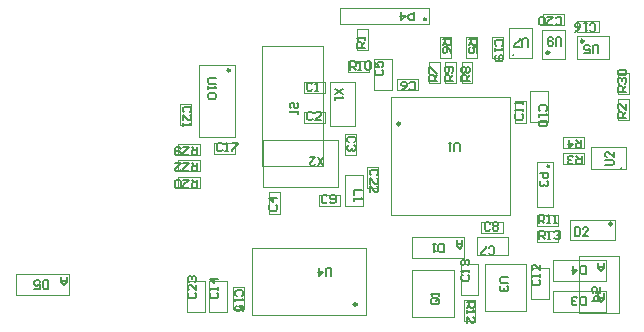
<source format=gbr>
%TF.GenerationSoftware,Altium Limited,Altium Designer,20.2.6 (244)*%
G04 Layer_Color=16711935*
%FSLAX45Y45*%
%MOMM*%
%TF.SameCoordinates,BE144905-350C-4E41-9AB6-63F68E724E9C*%
%TF.FilePolarity,Positive*%
%TF.FileFunction,Other,Mechanical_29*%
%TF.Part,Single*%
G01*
G75*
%TA.AperFunction,NonConductor*%
%ADD61C,0.20000*%
%ADD63C,0.10000*%
%ADD75C,0.25000*%
%ADD76C,0.25400*%
D61*
X5261181Y2430000D02*
G03*
X5261181Y2430000I-5590J0D01*
G01*
X6178090Y1475590D02*
G03*
X6178090Y1475590I-5590J0D01*
G01*
X4807475Y1616347D02*
Y1674662D01*
X4795812Y1686325D01*
X4772487D01*
X4760824Y1674662D01*
Y1616347D01*
X4737498Y1686325D02*
X4714172D01*
X4725835D01*
Y1616347D01*
X4737498Y1628010D01*
X3822477Y2145725D02*
X3752500Y2099074D01*
X3822477D02*
X3752500Y2145725D01*
Y2075748D02*
Y2052422D01*
Y2064085D01*
X3822477D01*
X3810815Y2075748D01*
X6028793Y410733D02*
Y364082D01*
X6005468Y340756D01*
X5982142Y364082D01*
Y410733D01*
Y375744D01*
X6028793D01*
X5873588Y312958D02*
Y382935D01*
X5838599D01*
X5826937Y371273D01*
Y324621D01*
X5838599Y312958D01*
X5873588D01*
X5803611Y324621D02*
X5791948Y312958D01*
X5768622D01*
X5756959Y324621D01*
Y336284D01*
X5768622Y347947D01*
X5780285D01*
X5768622D01*
X5756959Y359610D01*
Y371273D01*
X5768622Y382935D01*
X5791948D01*
X5803611Y371273D01*
X5923897Y346438D02*
X5993874D01*
Y381427D01*
X5982211Y393090D01*
X5958885D01*
X5947223Y381427D01*
Y346438D01*
X5993874Y463068D02*
Y416416D01*
X5958885D01*
X5970548Y439742D01*
Y451405D01*
X5958885Y463068D01*
X5935560D01*
X5923897Y451405D01*
Y428079D01*
X5935560Y416416D01*
X4104833Y1410064D02*
X4116495Y1421727D01*
Y1445053D01*
X4104833Y1456716D01*
X4058181D01*
X4046518Y1445053D01*
Y1421727D01*
X4058181Y1410064D01*
X4046518Y1340087D02*
Y1386738D01*
X4093170Y1340087D01*
X4104833D01*
X4116495Y1351750D01*
Y1375075D01*
X4104833Y1386738D01*
X4046518Y1270109D02*
Y1316761D01*
X4093170Y1270109D01*
X4104833D01*
X4116495Y1281772D01*
Y1305098D01*
X4104833Y1316761D01*
X3979978Y1290000D02*
X3910000D01*
Y1243348D01*
Y1220022D02*
Y1196697D01*
Y1208360D01*
X3979978D01*
X3968315Y1220022D01*
X3685936Y1234832D02*
X3674273Y1246495D01*
X3650947D01*
X3639284Y1234832D01*
Y1188181D01*
X3650947Y1176518D01*
X3674273D01*
X3685936Y1188181D01*
X3709262D02*
X3720924Y1176518D01*
X3744250D01*
X3755913Y1188181D01*
Y1234832D01*
X3744250Y1246495D01*
X3720924D01*
X3709262Y1234832D01*
Y1223170D01*
X3720924Y1211507D01*
X3755913D01*
X3205168Y1159936D02*
X3193505Y1148273D01*
Y1124947D01*
X3205168Y1113284D01*
X3251819D01*
X3263482Y1124947D01*
Y1148273D01*
X3251819Y1159936D01*
X3263482Y1218250D02*
X3193505D01*
X3228493Y1183262D01*
Y1229913D01*
X3559936Y2184833D02*
X3548273Y2196495D01*
X3524947D01*
X3513284Y2184833D01*
Y2138181D01*
X3524947Y2126518D01*
X3548273D01*
X3559936Y2138181D01*
X3583262Y2126518D02*
X3606587D01*
X3594924D01*
Y2196495D01*
X3583262Y2184833D01*
X3562410Y1934833D02*
X3550748Y1946495D01*
X3527422D01*
X3515759Y1934833D01*
Y1888181D01*
X3527422Y1876518D01*
X3550748D01*
X3562410Y1888181D01*
X3632388Y1876518D02*
X3585736D01*
X3632388Y1923170D01*
Y1934833D01*
X3620725Y1946495D01*
X3597399D01*
X3585736Y1934833D01*
X3914833Y1690064D02*
X3926496Y1701727D01*
Y1725053D01*
X3914833Y1736716D01*
X3868181D01*
X3856518Y1725053D01*
Y1701727D01*
X3868181Y1690064D01*
X3914833Y1666738D02*
X3926496Y1655075D01*
Y1631750D01*
X3914833Y1620087D01*
X3903170D01*
X3891507Y1631750D01*
Y1643413D01*
Y1631750D01*
X3879844Y1620087D01*
X3868181D01*
X3856518Y1631750D01*
Y1655075D01*
X3868181Y1666738D01*
X4099160Y2304227D02*
X4087498Y2292564D01*
Y2269239D01*
X4099160Y2257576D01*
X4145812D01*
X4157475Y2269239D01*
Y2292564D01*
X4145812Y2304227D01*
X4087498Y2374205D02*
Y2327553D01*
X4122486D01*
X4110823Y2350879D01*
Y2362542D01*
X4122486Y2374205D01*
X4145812D01*
X4157475Y2362542D01*
Y2339216D01*
X4145812Y2327553D01*
X3878251Y2305163D02*
Y2375140D01*
X3913240D01*
X3924903Y2363477D01*
Y2340152D01*
X3913240Y2328489D01*
X3878251D01*
X3901577D02*
X3924903Y2305163D01*
X3948229D02*
X3971555D01*
X3959892D01*
Y2375140D01*
X3948229Y2363477D01*
X4006543D02*
X4018206Y2375140D01*
X4041532D01*
X4053195Y2363477D01*
Y2316826D01*
X4041532Y2305163D01*
X4018206D01*
X4006543Y2316826D01*
Y2363477D01*
X4004837Y2490751D02*
X3934860D01*
Y2525740D01*
X3946522Y2537403D01*
X3969848D01*
X3981511Y2525740D01*
Y2490751D01*
Y2514077D02*
X4004837Y2537403D01*
Y2560729D02*
Y2584055D01*
Y2572392D01*
X3934860D01*
X3946522Y2560729D01*
X4418500Y2797500D02*
Y2727523D01*
X4383511D01*
X4371848Y2739186D01*
Y2762511D01*
X4383511Y2774174D01*
X4418500D01*
X4313534Y2797500D02*
Y2727523D01*
X4348522Y2762511D01*
X4301871D01*
X4662638Y2564325D02*
X4732615D01*
Y2529336D01*
X4720952Y2517673D01*
X4697627D01*
X4685964Y2529336D01*
Y2564325D01*
Y2540999D02*
X4662638Y2517673D01*
X4732615Y2447696D02*
X4720952Y2471021D01*
X4697627Y2494347D01*
X4674301D01*
X4662638Y2482684D01*
Y2459359D01*
X4674301Y2447696D01*
X4685964D01*
X4697627Y2459359D01*
Y2494347D01*
X4617287Y2210803D02*
X4547310D01*
Y2245791D01*
X4558973Y2257454D01*
X4582298D01*
X4593961Y2245791D01*
Y2210803D01*
Y2234128D02*
X4617287Y2257454D01*
X4547310Y2280780D02*
Y2327432D01*
X4558973D01*
X4605624Y2280780D01*
X4617287D01*
X4752312Y2210802D02*
X4682335D01*
Y2245791D01*
X4693998Y2257453D01*
X4717324D01*
X4728986Y2245791D01*
Y2210802D01*
Y2234128D02*
X4752312Y2257453D01*
X4740649Y2280779D02*
X4752312Y2292442D01*
Y2315768D01*
X4740649Y2327431D01*
X4693998D01*
X4682335Y2315768D01*
Y2292442D01*
X4693998Y2280779D01*
X4705661D01*
X4717324Y2292442D01*
Y2327431D01*
X4892221Y2210803D02*
X4822244D01*
Y2245791D01*
X4833907Y2257454D01*
X4857233D01*
X4868896Y2245791D01*
Y2210803D01*
Y2234128D02*
X4892221Y2257454D01*
X4833907Y2280780D02*
X4822244Y2292443D01*
Y2315769D01*
X4833907Y2327432D01*
X4845570D01*
X4857233Y2315769D01*
X4868896Y2327432D01*
X4880558D01*
X4892221Y2315769D01*
Y2292443D01*
X4880558Y2280780D01*
X4868896D01*
X4857233Y2292443D01*
X4845570Y2280780D01*
X4833907D01*
X4857233Y2292443D02*
Y2315769D01*
X4882638Y2564326D02*
X4952615D01*
Y2529337D01*
X4940953Y2517674D01*
X4917627D01*
X4905964Y2529337D01*
Y2564326D01*
Y2541000D02*
X4882638Y2517674D01*
X4952615Y2447696D02*
Y2494348D01*
X4917627D01*
X4929290Y2471022D01*
Y2459359D01*
X4917627Y2447696D01*
X4894301D01*
X4882638Y2459359D01*
Y2482685D01*
X4894301Y2494348D01*
X5163627Y2510064D02*
X5175290Y2521727D01*
Y2545053D01*
X5163627Y2556716D01*
X5116975D01*
X5105312Y2545053D01*
Y2521727D01*
X5116975Y2510064D01*
X5105312Y2486738D02*
Y2463413D01*
Y2475076D01*
X5175290D01*
X5163627Y2486738D01*
X5116975Y2428424D02*
X5105312Y2416761D01*
Y2393435D01*
X5116975Y2381772D01*
X5163627D01*
X5175290Y2393435D01*
Y2416761D01*
X5163627Y2428424D01*
X5151964D01*
X5140301Y2416761D01*
Y2381772D01*
X5385000Y2500322D02*
Y2558636D01*
X5373337Y2570299D01*
X5350011D01*
X5338348Y2558636D01*
Y2500322D01*
X5315022D02*
X5268371D01*
Y2511985D01*
X5315022Y2558636D01*
Y2570299D01*
X5535840Y1955848D02*
X5547503Y1967511D01*
Y1990837D01*
X5535840Y2002500D01*
X5489188D01*
X5477525Y1990837D01*
Y1967511D01*
X5489188Y1955848D01*
X5477525Y1932522D02*
Y1909197D01*
Y1920860D01*
X5547503D01*
X5535840Y1932522D01*
Y1874208D02*
X5547503Y1862545D01*
Y1839219D01*
X5535840Y1827556D01*
X5489188D01*
X5477525Y1839219D01*
Y1862545D01*
X5489188Y1874208D01*
X5535840D01*
X5667768Y2509608D02*
Y2567922D01*
X5656105Y2579585D01*
X5632779D01*
X5621116Y2567922D01*
Y2509608D01*
X5597790Y2567922D02*
X5586128Y2579585D01*
X5562802D01*
X5551139Y2567922D01*
Y2521271D01*
X5562802Y2509608D01*
X5586128D01*
X5597790Y2521271D01*
Y2532933D01*
X5586128Y2544596D01*
X5551139D01*
X5910064Y2640208D02*
X5921727Y2628545D01*
X5945053D01*
X5956716Y2640208D01*
Y2686860D01*
X5945053Y2698523D01*
X5921727D01*
X5910064Y2686860D01*
X5886738Y2698523D02*
X5863412D01*
X5875075D01*
Y2628545D01*
X5886738Y2640208D01*
X5781772Y2628545D02*
X5805098Y2640208D01*
X5828424Y2663534D01*
Y2686860D01*
X5816761Y2698523D01*
X5793435D01*
X5781772Y2686860D01*
Y2675197D01*
X5793435Y2663534D01*
X5828424D01*
X5978186Y2447650D02*
Y2505965D01*
X5966523Y2517627D01*
X5943198D01*
X5931535Y2505965D01*
Y2447650D01*
X5861557D02*
X5908209D01*
Y2482639D01*
X5884883Y2470976D01*
X5873220D01*
X5861557Y2482639D01*
Y2505965D01*
X5873220Y2517627D01*
X5896546D01*
X5908209Y2505965D01*
X6214837Y2118251D02*
X6144860D01*
Y2153240D01*
X6156523Y2164903D01*
X6179848D01*
X6191511Y2153240D01*
Y2118251D01*
Y2141577D02*
X6214837Y2164903D01*
X6156523Y2188229D02*
X6144860Y2199892D01*
Y2223218D01*
X6156523Y2234880D01*
X6168186D01*
X6179848Y2223218D01*
Y2211555D01*
Y2223218D01*
X6191511Y2234880D01*
X6203174D01*
X6214837Y2223218D01*
Y2199892D01*
X6203174Y2188229D01*
X6156523Y2258206D02*
X6144860Y2269869D01*
Y2293195D01*
X6156523Y2304858D01*
X6203174D01*
X6214837Y2293195D01*
Y2269869D01*
X6203174Y2258206D01*
X6156523D01*
X5836749Y1709862D02*
Y1639885D01*
X5801760D01*
X5790097Y1651548D01*
Y1674873D01*
X5801760Y1686536D01*
X5836749D01*
X5813423D02*
X5790097Y1709862D01*
X5731783D02*
Y1639885D01*
X5766771Y1674873D01*
X5720120D01*
X5839249Y1574837D02*
Y1504860D01*
X5804260D01*
X5792597Y1516522D01*
Y1539848D01*
X5804260Y1551511D01*
X5839249D01*
X5815923D02*
X5792597Y1574837D01*
X5769271Y1516522D02*
X5757608Y1504860D01*
X5734282D01*
X5722619Y1516522D01*
Y1528185D01*
X5734282Y1539848D01*
X5745945D01*
X5734282D01*
X5722619Y1551511D01*
Y1563174D01*
X5734282Y1574837D01*
X5757608D01*
X5769271Y1563174D01*
X5780000Y969977D02*
Y900000D01*
X5814989D01*
X5826652Y911663D01*
Y958315D01*
X5814989Y969977D01*
X5780000D01*
X5896629Y900000D02*
X5849978D01*
X5896629Y946652D01*
Y958315D01*
X5884966Y969977D01*
X5861641D01*
X5849978Y958315D01*
X5478251Y1005163D02*
Y1075140D01*
X5513240D01*
X5524903Y1063477D01*
Y1040152D01*
X5513240Y1028489D01*
X5478251D01*
X5501577D02*
X5524903Y1005163D01*
X5548229D02*
X5571555D01*
X5559892D01*
Y1075140D01*
X5548229Y1063477D01*
X5606543Y1005163D02*
X5629869D01*
X5618206D01*
Y1075140D01*
X5606543Y1063477D01*
X5480751Y870138D02*
Y940115D01*
X5515740D01*
X5527403Y928452D01*
Y905126D01*
X5515740Y893464D01*
X5480751D01*
X5504077D02*
X5527403Y870138D01*
X5550729D02*
X5574055D01*
X5562392D01*
Y940115D01*
X5550729Y928452D01*
X5609043D02*
X5620706Y940115D01*
X5644032D01*
X5655695Y928452D01*
Y916789D01*
X5644032Y905126D01*
X5632369D01*
X5644032D01*
X5655695Y893464D01*
Y881801D01*
X5644032Y870138D01*
X5620706D01*
X5609043Y881801D01*
X5063936Y1002358D02*
X5052273Y1014021D01*
X5028947D01*
X5017284Y1002358D01*
Y955706D01*
X5028947Y944043D01*
X5052273D01*
X5063936Y955706D01*
X5087261Y1002358D02*
X5098924Y1014021D01*
X5122250D01*
X5133913Y1002358D01*
Y990695D01*
X5122250Y979032D01*
X5133913Y967369D01*
Y955706D01*
X5122250Y944043D01*
X5098924D01*
X5087261Y955706D01*
Y967369D01*
X5098924Y979032D01*
X5087261Y990695D01*
Y1002358D01*
X5098924Y979032D02*
X5122250D01*
X5053348Y751685D02*
X5065011Y740022D01*
X5088337D01*
X5100000Y751685D01*
Y798337D01*
X5088337Y810000D01*
X5065011D01*
X5053348Y798337D01*
X5030022Y740022D02*
X4983371D01*
Y751685D01*
X5030022Y798337D01*
Y810000D01*
X6028793Y670733D02*
Y624082D01*
X6005468Y600756D01*
X5982142Y624082D01*
Y670733D01*
Y635744D01*
X6028793D01*
X5873588Y572958D02*
Y642935D01*
X5838599D01*
X5826937Y631273D01*
Y584621D01*
X5838599Y572958D01*
X5873588D01*
X5768622Y642935D02*
Y572958D01*
X5803611Y607947D01*
X5756959D01*
X5431660Y526652D02*
X5419997Y514989D01*
Y491663D01*
X5431660Y480000D01*
X5478312D01*
X5489975Y491663D01*
Y514989D01*
X5478312Y526652D01*
X5489975Y549978D02*
Y573303D01*
Y561640D01*
X5419997D01*
X5431660Y549978D01*
X5489975Y654944D02*
Y608292D01*
X5443323Y654944D01*
X5431660D01*
X5419997Y643281D01*
Y619955D01*
X5431660Y608292D01*
X5218077Y547562D02*
X5159763D01*
X5148100Y535899D01*
Y512573D01*
X5159763Y500910D01*
X5218077D01*
X5206415Y477584D02*
X5218077Y465921D01*
Y442595D01*
X5206415Y430932D01*
X5194752D01*
X5183089Y442595D01*
Y454258D01*
Y442595D01*
X5171426Y430932D01*
X5159763D01*
X5148100Y442595D01*
Y465921D01*
X5159763Y477584D01*
X4831686Y566652D02*
X4820023Y554989D01*
Y531663D01*
X4831686Y520000D01*
X4878337D01*
X4890000Y531663D01*
Y554989D01*
X4878337Y566652D01*
X4890000Y589977D02*
Y613303D01*
Y601640D01*
X4820023D01*
X4831686Y589977D01*
Y648292D02*
X4820023Y659955D01*
Y683281D01*
X4831686Y694944D01*
X4843348D01*
X4855011Y683281D01*
Y671618D01*
Y683281D01*
X4866674Y694944D01*
X4878337D01*
X4890000Y683281D01*
Y659955D01*
X4878337Y648292D01*
X4865163Y336749D02*
X4935140D01*
Y301760D01*
X4923478Y290097D01*
X4900152D01*
X4888489Y301760D01*
Y336749D01*
Y313423D02*
X4865163Y290097D01*
Y266771D02*
Y243446D01*
Y255108D01*
X4935140D01*
X4923478Y266771D01*
X4865163Y161805D02*
Y208457D01*
X4911815Y161805D01*
X4923478D01*
X4935140Y173468D01*
Y196794D01*
X4923478Y208457D01*
X4620211Y369090D02*
X4573560D01*
X4561897Y357427D01*
Y334101D01*
X4573560Y322439D01*
X4620211D01*
X4631874Y334101D01*
Y357427D01*
X4608549Y345764D02*
X4631874Y369090D01*
Y357427D02*
X4620211Y369090D01*
X4631874Y392416D02*
Y415742D01*
Y404079D01*
X4561897D01*
X4573560Y392416D01*
X2964833Y390064D02*
X2976495Y401727D01*
Y425053D01*
X2964833Y436716D01*
X2918181D01*
X2906518Y425053D01*
Y401727D01*
X2918181Y390064D01*
X2906518Y366739D02*
Y343413D01*
Y355076D01*
X2976495D01*
X2964833Y366739D01*
X2976495Y261772D02*
Y308424D01*
X2941507D01*
X2953170Y285098D01*
Y273435D01*
X2941507Y261772D01*
X2918181D01*
X2906518Y273435D01*
Y296761D01*
X2918181Y308424D01*
X2701685Y416652D02*
X2690022Y404989D01*
Y381663D01*
X2701685Y370000D01*
X2748337D01*
X2760000Y381663D01*
Y404989D01*
X2748337Y416652D01*
X2760000Y439978D02*
Y463304D01*
Y451641D01*
X2690022D01*
X2701685Y439978D01*
X2760000Y533281D02*
X2690022D01*
X2725011Y498292D01*
Y544944D01*
X2516660Y416652D02*
X2504997Y404989D01*
Y381663D01*
X2516660Y370000D01*
X2563311D01*
X2574974Y381663D01*
Y404989D01*
X2563311Y416652D01*
X2574974Y486629D02*
Y439978D01*
X2528323Y486629D01*
X2516660D01*
X2504997Y474967D01*
Y451641D01*
X2516660Y439978D01*
Y509955D02*
X2504997Y521618D01*
Y544944D01*
X2516660Y556607D01*
X2528323D01*
X2539986Y544944D01*
Y533281D01*
Y544944D01*
X2551648Y556607D01*
X2563311D01*
X2574974Y544944D01*
Y521618D01*
X2563311Y509955D01*
X2584274Y1649863D02*
Y1579885D01*
X2549285D01*
X2537623Y1591548D01*
Y1614874D01*
X2549285Y1626537D01*
X2584274D01*
X2560948D02*
X2537623Y1649863D01*
X2467645D02*
X2514297D01*
X2467645Y1603211D01*
Y1591548D01*
X2479308Y1579885D01*
X2502634D01*
X2514297Y1591548D01*
X2444319Y1638200D02*
X2432656Y1649863D01*
X2409330D01*
X2397668Y1638200D01*
Y1591548D01*
X2409330Y1579885D01*
X2432656D01*
X2444319Y1591548D01*
Y1603211D01*
X2432656Y1614874D01*
X2397668D01*
X2584274Y1514837D02*
Y1444860D01*
X2549285D01*
X2537623Y1456523D01*
Y1479849D01*
X2549285Y1491512D01*
X2584274D01*
X2560948D02*
X2537623Y1514837D01*
X2467645D02*
X2514297D01*
X2467645Y1468186D01*
Y1456523D01*
X2479308Y1444860D01*
X2502634D01*
X2514297Y1456523D01*
X2397668Y1514837D02*
X2444319D01*
X2397668Y1468186D01*
Y1456523D01*
X2409330Y1444860D01*
X2432656D01*
X2444319Y1456523D01*
X2584274Y1374837D02*
Y1304860D01*
X2549285D01*
X2537623Y1316523D01*
Y1339849D01*
X2549285Y1351512D01*
X2584274D01*
X2560948D02*
X2537623Y1374837D01*
X2467645D02*
X2514297D01*
X2467645Y1328186D01*
Y1316523D01*
X2479308Y1304860D01*
X2502634D01*
X2514297Y1316523D01*
X2444319D02*
X2432656Y1304860D01*
X2409330D01*
X2397668Y1316523D01*
Y1363175D01*
X2409330Y1374837D01*
X2432656D01*
X2444319Y1363175D01*
Y1316523D01*
X2799936Y1674833D02*
X2788273Y1686496D01*
X2764947D01*
X2753284Y1674833D01*
Y1628181D01*
X2764947Y1616518D01*
X2788273D01*
X2799936Y1628181D01*
X2823262Y1616518D02*
X2846587D01*
X2834924D01*
Y1686496D01*
X2823262Y1674833D01*
X2881576Y1686496D02*
X2928228D01*
Y1674833D01*
X2881576Y1628181D01*
Y1616518D01*
X2522307Y1946065D02*
X2533970Y1957728D01*
Y1981053D01*
X2522307Y1992716D01*
X2475656D01*
X2463993Y1981053D01*
Y1957728D01*
X2475656Y1946065D01*
X2463993Y1876087D02*
Y1922739D01*
X2510644Y1876087D01*
X2522307D01*
X2533970Y1887750D01*
Y1911076D01*
X2522307Y1922739D01*
X2463993Y1852761D02*
Y1829436D01*
Y1841098D01*
X2533970D01*
X2522307Y1852761D01*
X1478793Y550733D02*
Y504082D01*
X1455467Y480756D01*
X1432142Y504082D01*
Y550733D01*
Y515744D01*
X1478793D01*
X1323588Y452958D02*
Y522935D01*
X1288599D01*
X1276936Y511273D01*
Y464621D01*
X1288599Y452958D01*
X1323588D01*
X1206959D02*
X1253611D01*
Y487947D01*
X1230285Y476284D01*
X1218622D01*
X1206959Y487947D01*
Y511273D01*
X1218622Y522935D01*
X1241948D01*
X1253611Y511273D01*
X3652500Y1493248D02*
X3605848Y1563225D01*
Y1493248D02*
X3652500Y1563225D01*
X3535871D02*
X3582522D01*
X3535871Y1516574D01*
Y1504911D01*
X3547534Y1493248D01*
X3570860D01*
X3582522Y1504911D01*
X3381685Y1978374D02*
X3370022Y1990037D01*
Y2013362D01*
X3381685Y2025025D01*
X3393348D01*
X3405011Y2013362D01*
Y1990037D01*
X3416674Y1978374D01*
X3428337D01*
X3440000Y1990037D01*
Y2013362D01*
X3428337Y2025025D01*
X3440000Y1955048D02*
Y1931722D01*
Y1943385D01*
X3370022D01*
X3381685Y1955048D01*
X5620064Y2695168D02*
X5631727Y2683505D01*
X5655053D01*
X5666716Y2695168D01*
Y2741819D01*
X5655053Y2753482D01*
X5631727D01*
X5620064Y2741819D01*
X5550087Y2753482D02*
X5596738D01*
X5550087Y2706831D01*
Y2695168D01*
X5561750Y2683505D01*
X5585075D01*
X5596738Y2695168D01*
X5526761D02*
X5515098Y2683505D01*
X5491772D01*
X5480109Y2695168D01*
Y2741819D01*
X5491772Y2753482D01*
X5515098D01*
X5526761Y2741819D01*
Y2695168D01*
X6214837Y1898251D02*
X6144860D01*
Y1933240D01*
X6156523Y1944903D01*
X6179848D01*
X6191511Y1933240D01*
Y1898251D01*
Y1921577D02*
X6214837Y1944903D01*
Y2014880D02*
Y1968229D01*
X6168186Y2014880D01*
X6156523D01*
X6144860Y2003217D01*
Y1979892D01*
X6156523Y1968229D01*
X5285167Y1929936D02*
X5273505Y1918273D01*
Y1894947D01*
X5285167Y1883284D01*
X5331819D01*
X5343482Y1894947D01*
Y1918273D01*
X5331819Y1929936D01*
X5343482Y1953262D02*
Y1976587D01*
Y1964924D01*
X5273505D01*
X5285167Y1953262D01*
X5343482Y2011576D02*
Y2034902D01*
Y2023239D01*
X5273505D01*
X5285167Y2011576D01*
X2744977Y2235000D02*
X2686663D01*
X2675000Y2223337D01*
Y2200012D01*
X2686663Y2188349D01*
X2744977D01*
X2675000Y2165023D02*
Y2141697D01*
Y2153360D01*
X2744977D01*
X2733314Y2165023D01*
Y2106708D02*
X2744977Y2095045D01*
Y2071720D01*
X2733314Y2060057D01*
X2686663D01*
X2675000Y2071720D01*
Y2095045D01*
X2686663Y2106708D01*
X2733314D01*
X4673588Y762958D02*
Y832935D01*
X4638599D01*
X4626936Y821272D01*
Y774621D01*
X4638599Y762958D01*
X4673588D01*
X4603611Y832935D02*
X4580285D01*
X4591948D01*
Y762958D01*
X4603611Y774621D01*
X4828793Y860733D02*
Y814081D01*
X4805467Y790756D01*
X4782142Y814081D01*
Y860733D01*
Y825744D01*
X4828793D01*
X4381539Y2145218D02*
X4393202Y2133555D01*
X4416528D01*
X4428191Y2145218D01*
Y2191870D01*
X4416528Y2203533D01*
X4393202D01*
X4381539Y2191870D01*
X4311562Y2133555D02*
X4334888Y2145218D01*
X4358214Y2168544D01*
Y2191870D01*
X4346551Y2203533D01*
X4323225D01*
X4311562Y2191870D01*
Y2180207D01*
X4323225Y2168544D01*
X4358214D01*
X6040219Y1495907D02*
X6098534D01*
X6110197Y1507570D01*
Y1530896D01*
X6098534Y1542559D01*
X6040219D01*
X6110197Y1612536D02*
Y1565885D01*
X6063545Y1612536D01*
X6051882D01*
X6040219Y1600873D01*
Y1577548D01*
X6051882Y1565885D01*
X3720608Y558522D02*
Y616837D01*
X3708945Y628500D01*
X3685620D01*
X3673957Y616837D01*
Y558522D01*
X3615642Y628500D02*
Y558522D01*
X3650631Y593511D01*
X3603979D01*
X5487500Y1434500D02*
X5557478D01*
Y1399511D01*
X5545815Y1387848D01*
X5522489D01*
X5510826Y1399511D01*
Y1434500D01*
X5545815Y1364523D02*
X5557478Y1352860D01*
Y1329534D01*
X5545815Y1317871D01*
X5534152D01*
X5522489Y1329534D01*
Y1341197D01*
Y1329534D01*
X5510826Y1317871D01*
X5499163D01*
X5487500Y1329534D01*
Y1352860D01*
X5499163Y1364523D01*
D63*
X4227475Y2072550D02*
X5232475D01*
Y1075050D02*
Y2072550D01*
X4227475Y1075050D02*
X5232475D01*
X4227475D02*
Y2072550D01*
X3710000Y2203225D02*
X3920000D01*
X3710000Y1828225D02*
Y2203225D01*
Y1828225D02*
X3920000D01*
Y2203225D01*
X6047500Y257500D02*
Y435000D01*
X5600000D02*
X6047500D01*
X5600000Y257500D02*
Y435000D01*
Y257500D02*
X6047500D01*
X5818897Y248245D02*
X6153813D01*
X5818897D02*
Y731438D01*
X6153813D01*
Y248245D02*
Y731438D01*
X4025000Y1302500D02*
X4117500D01*
Y1482500D01*
X4025000Y1302500D02*
Y1482500D01*
X4117500D01*
X3835000Y1410000D02*
X3985000D01*
X3835000Y1147500D02*
Y1410000D01*
X3985000Y1147500D02*
Y1410000D01*
X3835000Y1147500D02*
X3985000D01*
X3613500Y1155000D02*
Y1247500D01*
Y1155000D02*
X3793500D01*
X3613500Y1247500D02*
X3793500D01*
Y1155000D02*
Y1247500D01*
X3192500Y1087500D02*
X3285000D01*
Y1267500D01*
X3192500Y1087500D02*
Y1267500D01*
X3285000D01*
X3487500Y2105000D02*
Y2197500D01*
Y2105000D02*
X3667500D01*
X3487500Y2197500D02*
X3667500D01*
Y2105000D02*
Y2197500D01*
X3489975Y1855000D02*
Y1947500D01*
Y1855000D02*
X3669975D01*
X3489975Y1947500D02*
X3669975D01*
Y1855000D02*
Y1947500D01*
X3835000Y1762500D02*
X3927500D01*
X3835000Y1582500D02*
Y1762500D01*
X3927500Y1582500D02*
Y1762500D01*
X3835000Y1582500D02*
X3927500D01*
X4082475Y2400076D02*
X4232475D01*
X4082475Y2137576D02*
Y2400076D01*
X4232475Y2137576D02*
Y2400076D01*
X4082475Y2137576D02*
X4232475D01*
X3857500Y2282500D02*
Y2375000D01*
Y2282500D02*
X4037500D01*
X3857500Y2375000D02*
X4037500D01*
Y2282500D02*
Y2375000D01*
X3935000Y2470000D02*
X4027500D01*
Y2650000D01*
X3935000Y2470000D02*
Y2650000D01*
X4027500D01*
X3791000Y2827500D02*
X4551000D01*
X3791000Y2692500D02*
Y2827500D01*
Y2692500D02*
X4551000D01*
Y2827500D01*
X4639975Y2585076D02*
X4732475D01*
X4639975Y2405076D02*
Y2585076D01*
X4732475Y2405076D02*
Y2585076D01*
X4639975Y2405076D02*
X4732475D01*
X4547450Y2190051D02*
X4639950D01*
Y2370051D01*
X4547450Y2190051D02*
Y2370051D01*
X4639950D01*
X4682475Y2190050D02*
X4774975D01*
Y2370051D01*
X4682475Y2190050D02*
Y2370051D01*
X4774975D01*
X4822384Y2190051D02*
X4914884D01*
Y2370051D01*
X4822384Y2190051D02*
Y2370051D01*
X4914884D01*
X4859975Y2585077D02*
X4952475D01*
X4859975Y2405077D02*
Y2585077D01*
X4952475Y2405077D02*
Y2585077D01*
X4859975Y2405077D02*
X4952475D01*
X5083795Y2402500D02*
X5176294D01*
Y2582500D01*
X5083795Y2402500D02*
Y2582500D01*
X5176294D01*
X5222500Y2405000D02*
Y2660000D01*
Y2405000D02*
X5417500D01*
Y2660000D01*
X5222500D02*
X5417500D01*
X5402525Y1860000D02*
X5552526D01*
Y2122500D01*
X5402525Y1860000D02*
Y2122500D01*
X5552526D01*
X5502500Y2400000D02*
X5702500D01*
Y2645000D01*
X5502500D02*
X5702500D01*
X5502500Y2400000D02*
Y2645000D01*
X5802500Y2627541D02*
Y2720041D01*
Y2627541D02*
X5982500D01*
X5802500Y2720041D02*
X5982500D01*
Y2627541D02*
Y2720041D01*
X5802501Y2397501D02*
Y2590001D01*
Y2397501D02*
X6067501D01*
X5802501Y2590001D02*
X6067501D01*
Y2397501D02*
Y2590001D01*
X6145000Y2097500D02*
X6237500D01*
Y2277500D01*
X6145000Y2097500D02*
Y2277500D01*
X6237500D01*
X5857500Y1640025D02*
Y1732525D01*
X5677500D02*
X5857500D01*
X5677500Y1640025D02*
X5857500D01*
X5677500D02*
Y1732525D01*
X5860000Y1505000D02*
Y1597500D01*
X5680000D02*
X5860000D01*
X5680000Y1505000D02*
X5860000D01*
X5680000D02*
Y1597500D01*
X5744998Y860000D02*
X6120000D01*
Y1035000D01*
X5744998D02*
X6120000D01*
X5744998Y860000D02*
Y1035000D01*
X5457500Y982500D02*
Y1075000D01*
Y982500D02*
X5637500D01*
X5457500Y1075000D02*
X5637500D01*
Y982500D02*
Y1075000D01*
X5460000Y847475D02*
Y939975D01*
Y847475D02*
X5640000D01*
X5460000Y939975D02*
X5640000D01*
Y847475D02*
Y939975D01*
X5171500Y922525D02*
Y1015025D01*
X4991500D02*
X5171500D01*
X4991500Y922525D02*
X5171500D01*
X4991500D02*
Y1015025D01*
X4957500Y735000D02*
Y885000D01*
Y735000D02*
X5220000D01*
X4957500Y885000D02*
X5220000D01*
Y735000D02*
Y885000D01*
X6047500Y517500D02*
Y695000D01*
X5600000D02*
X6047500D01*
X5600000Y517500D02*
Y695000D01*
Y517500D02*
X6047500D01*
X5414974Y622500D02*
X5564975D01*
X5414974Y360000D02*
Y622500D01*
X5564975Y360000D02*
Y622500D01*
X5414974Y360000D02*
X5564975D01*
X5025000Y260000D02*
Y657500D01*
X5372500D01*
Y260000D02*
Y657500D01*
X5025000Y260000D02*
X5372500D01*
X4815000Y662500D02*
X4965000D01*
X4815000Y400000D02*
Y662500D01*
X4965000Y400000D02*
Y662500D01*
X4815000Y400000D02*
X4965000D01*
X4842500Y357500D02*
X4935000D01*
X4842500Y177500D02*
Y357500D01*
X4935000Y177500D02*
Y357500D01*
X4842500Y177500D02*
X4935000D01*
X4754974Y212500D02*
Y610000D01*
X4407474Y212500D02*
X4754974D01*
X4407474D02*
Y610000D01*
X4754974D01*
X2885000Y282500D02*
X2977500D01*
Y462500D01*
X2885000Y282500D02*
Y462500D01*
X2977500D01*
X2685000Y512500D02*
X2835000D01*
X2685000Y250000D02*
Y512500D01*
X2835000Y250000D02*
Y512500D01*
X2685000Y250000D02*
X2835000D01*
X2499974Y512500D02*
X2649974D01*
X2499974Y250000D02*
Y512500D01*
X2649974Y250000D02*
Y512500D01*
X2499974Y250000D02*
X2649974D01*
X2605026Y1580026D02*
Y1672525D01*
X2425025D02*
X2605026D01*
X2425025Y1580026D02*
X2605026D01*
X2425025D02*
Y1672525D01*
X2605026Y1445000D02*
Y1537500D01*
X2425025D02*
X2605026D01*
X2425025Y1445000D02*
X2605026D01*
X2425025D02*
Y1537500D01*
X2605026Y1305000D02*
Y1397500D01*
X2425025D02*
X2605026D01*
X2425025Y1305000D02*
X2605026D01*
X2425025D02*
Y1397500D01*
X2907500Y1595000D02*
Y1687500D01*
X2727500D02*
X2907500D01*
X2727500Y1595000D02*
X2907500D01*
X2727500D02*
Y1687500D01*
X2442475Y1838500D02*
X2534975D01*
Y2018500D01*
X2442475Y1838500D02*
Y2018500D01*
X2534975D01*
X1497500Y397500D02*
Y575000D01*
X1050000D02*
X1497500D01*
X1050000Y397500D02*
Y575000D01*
Y397500D02*
X1497500D01*
X3777500Y1310725D02*
Y1710725D01*
X3145000D02*
X3777500D01*
X3145000Y1310725D02*
Y1710725D01*
Y1310725D02*
X3777500D01*
X3130000Y2505025D02*
X3647500D01*
Y1487525D02*
Y2505025D01*
X3130000Y1487525D02*
Y2505025D01*
Y1487525D02*
X3647500D01*
X5512500Y2682500D02*
Y2775000D01*
Y2682500D02*
X5692500D01*
X5512500Y2775000D02*
X5692500D01*
Y2682500D02*
Y2775000D01*
X6145000Y2057500D02*
X6237500D01*
X6145000Y1877500D02*
Y2057500D01*
X6237500Y1877500D02*
Y2057500D01*
X6145000Y1877500D02*
X6237500D01*
X5272500Y1857500D02*
X5365000D01*
Y2037500D01*
X5272500Y1857500D02*
Y2037500D01*
X5365000D01*
X2907500Y1735000D02*
Y2347501D01*
X2600000Y1735000D02*
X2907500D01*
X2600000D02*
Y2347501D01*
X2907500D01*
X4400000Y707500D02*
X4847500D01*
X4400000D02*
Y885000D01*
X4847500D01*
Y707500D02*
Y885000D01*
X4453975Y2132550D02*
Y2225050D01*
X4273975D02*
X4453975D01*
X4273975Y2132550D02*
X4453975D01*
X4273975D02*
Y2225050D01*
X5922500Y1465000D02*
X6215000D01*
Y1650000D01*
X5922500D02*
X6215000D01*
X5922500Y1465000D02*
Y1650000D01*
X3045000Y227500D02*
X4017500D01*
X3045000D02*
Y795000D01*
X4017500D01*
Y227500D02*
Y795000D01*
X5462500Y1142000D02*
Y1527000D01*
Y1142000D02*
X5597500D01*
Y1527000D01*
X5462500D02*
X5597500D01*
D75*
X4302475Y1847551D02*
G03*
X4302475Y1847551I-12500J0D01*
G01*
X5565000Y2450000D02*
G03*
X5565000Y2450000I-12500J0D01*
G01*
X5857501Y2547501D02*
G03*
X5857501Y2547501I-12500J0D01*
G01*
X6097500Y1000000D02*
G03*
X6097500Y1000000I-12500J0D01*
G01*
X2860000Y2300000D02*
G03*
X2860000Y2300000I-10000J0D01*
G01*
X3935000Y317500D02*
G03*
X3935000Y317500I-12500J0D01*
G01*
D76*
X4521002Y2732500D02*
G03*
X4521002Y2732500I-7502J0D01*
G01*
X5565002Y1489500D02*
G03*
X5565002Y1489500I-7502J0D01*
G01*
%TF.MD5,bedb7f45c33c0e654e8050150973cd2a*%
M02*

</source>
